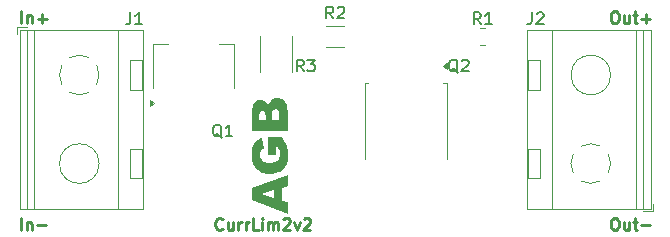
<source format=gbr>
%TF.GenerationSoftware,KiCad,Pcbnew,8.0.2*%
%TF.CreationDate,2024-08-23T12:07:27+02:00*%
%TF.ProjectId,CurrentLimiter2,43757272-656e-4744-9c69-6d6974657232,rev?*%
%TF.SameCoordinates,Original*%
%TF.FileFunction,Legend,Top*%
%TF.FilePolarity,Positive*%
%FSLAX46Y46*%
G04 Gerber Fmt 4.6, Leading zero omitted, Abs format (unit mm)*
G04 Created by KiCad (PCBNEW 8.0.2) date 2024-08-23 12:07:27*
%MOMM*%
%LPD*%
G01*
G04 APERTURE LIST*
%ADD10C,0.300000*%
%ADD11C,0.250000*%
%ADD12C,0.150000*%
%ADD13C,0.120000*%
G04 APERTURE END LIST*
D10*
G36*
X123490000Y-105683845D02*
G01*
X122974159Y-105831856D01*
X122974159Y-106895045D01*
X123490000Y-107041591D01*
X123490000Y-107995603D01*
X120488743Y-106860607D01*
X120488743Y-106361618D01*
X121255177Y-106361618D01*
X122317634Y-106693545D01*
X122317634Y-106027494D01*
X121255177Y-106361618D01*
X120488743Y-106361618D01*
X120488743Y-105842114D01*
X123490000Y-104707117D01*
X123490000Y-105683845D01*
G37*
G36*
X122505212Y-102983007D02*
G01*
X121801793Y-102983007D01*
X121801793Y-101540997D01*
X123019588Y-101540997D01*
X123108782Y-101668044D01*
X123203441Y-101814361D01*
X123284602Y-101953980D01*
X123352265Y-102086902D01*
X123414145Y-102233512D01*
X123428450Y-102273726D01*
X123470705Y-102418568D01*
X123502582Y-102574840D01*
X123524080Y-102742543D01*
X123534247Y-102895385D01*
X123536894Y-103029169D01*
X123532458Y-103192391D01*
X123519148Y-103345917D01*
X123491465Y-103517349D01*
X123451005Y-103674820D01*
X123397767Y-103818329D01*
X123355177Y-103906245D01*
X123267191Y-104047090D01*
X123162235Y-104173419D01*
X123040309Y-104285233D01*
X122901412Y-104382530D01*
X122814424Y-104431612D01*
X122675801Y-104494861D01*
X122529759Y-104545024D01*
X122376298Y-104582101D01*
X122215418Y-104606092D01*
X122047120Y-104616998D01*
X121989371Y-104617725D01*
X121839316Y-104612751D01*
X121667514Y-104593655D01*
X121504728Y-104560235D01*
X121350958Y-104512494D01*
X121206204Y-104450429D01*
X121137208Y-104414026D01*
X121007352Y-104330718D01*
X120889809Y-104234118D01*
X120784580Y-104124226D01*
X120691663Y-104001042D01*
X120611060Y-103864565D01*
X120586929Y-103816120D01*
X120530399Y-103671633D01*
X120487753Y-103506811D01*
X120462251Y-103349349D01*
X120446949Y-103176946D01*
X120441990Y-103021863D01*
X120441849Y-102989602D01*
X120444139Y-102839364D01*
X120452931Y-102675324D01*
X120468319Y-102529007D01*
X120494605Y-102380704D01*
X120535638Y-102240753D01*
X120603959Y-102093807D01*
X120692602Y-101963461D01*
X120801567Y-101849717D01*
X120825799Y-101828960D01*
X120944604Y-101743069D01*
X121080101Y-101670046D01*
X121232291Y-101609890D01*
X121324054Y-101582030D01*
X121473531Y-102482554D01*
X121340888Y-102551826D01*
X121235604Y-102663339D01*
X121230265Y-102671598D01*
X121169256Y-102812032D01*
X121146596Y-102959789D01*
X121145268Y-103010118D01*
X121161091Y-103172960D01*
X121208560Y-103316095D01*
X121287676Y-103439524D01*
X121345303Y-103499581D01*
X121476254Y-103587777D01*
X121623601Y-103641941D01*
X121776422Y-103670627D01*
X121925160Y-103681318D01*
X121978381Y-103682030D01*
X122141939Y-103675539D01*
X122309316Y-103651556D01*
X122451448Y-103609902D01*
X122582973Y-103540659D01*
X122636371Y-103497383D01*
X122731651Y-103382042D01*
X122795748Y-103243750D01*
X122828663Y-103082505D01*
X122833475Y-102983007D01*
X122825781Y-102830416D01*
X122802700Y-102684787D01*
X122764350Y-102541980D01*
X122711416Y-102392715D01*
X122697920Y-102358722D01*
X122505212Y-102358722D01*
X122505212Y-102983007D01*
G37*
G36*
X122767081Y-98223647D02*
G01*
X122915672Y-98262349D01*
X123040837Y-98319923D01*
X123163799Y-98404506D01*
X123267714Y-98508137D01*
X123345652Y-98618876D01*
X123403065Y-98755189D01*
X123436707Y-98902262D01*
X123447501Y-98973517D01*
X123468045Y-99133995D01*
X123484023Y-99284640D01*
X123490000Y-99391905D01*
X123490000Y-101003175D01*
X120488743Y-101003175D01*
X120488743Y-99649092D01*
X121098374Y-99649092D01*
X121098374Y-100061618D01*
X121614214Y-100061618D01*
X121614214Y-99655687D01*
X121609339Y-99587543D01*
X122176950Y-99587543D01*
X122176950Y-100061618D01*
X122786580Y-100061618D01*
X122786580Y-99585345D01*
X122776537Y-99436408D01*
X122734702Y-99295438D01*
X122701584Y-99245359D01*
X122579373Y-99162766D01*
X122472240Y-99146441D01*
X122326152Y-99184794D01*
X122258283Y-99244626D01*
X122197283Y-99379082D01*
X122178221Y-99528490D01*
X122176950Y-99587543D01*
X121609339Y-99587543D01*
X121603089Y-99500163D01*
X121550951Y-99357092D01*
X121546803Y-99351605D01*
X121417807Y-99272657D01*
X121350432Y-99265875D01*
X121206674Y-99310163D01*
X121165052Y-99351605D01*
X121111136Y-99487926D01*
X121098439Y-99635980D01*
X121098374Y-99649092D01*
X120488743Y-99649092D01*
X120488743Y-99255617D01*
X120496008Y-99098988D01*
X120522845Y-98934291D01*
X120569458Y-98789018D01*
X120646944Y-98646777D01*
X120695373Y-98585170D01*
X120804824Y-98482909D01*
X120942627Y-98402789D01*
X121095964Y-98359648D01*
X121206817Y-98351430D01*
X121359560Y-98367745D01*
X121498134Y-98416689D01*
X121622541Y-98498262D01*
X121645722Y-98518492D01*
X121742473Y-98635580D01*
X121809999Y-98767196D01*
X121838429Y-98843824D01*
X121885919Y-98691599D01*
X121956534Y-98546184D01*
X122045348Y-98428126D01*
X122114668Y-98364619D01*
X122246817Y-98283475D01*
X122398715Y-98232385D01*
X122552309Y-98212099D01*
X122607062Y-98210746D01*
X122767081Y-98223647D01*
G37*
D11*
X100902568Y-109364619D02*
X100902568Y-108364619D01*
X101378758Y-108697952D02*
X101378758Y-109364619D01*
X101378758Y-108793190D02*
X101426377Y-108745571D01*
X101426377Y-108745571D02*
X101521615Y-108697952D01*
X101521615Y-108697952D02*
X101664472Y-108697952D01*
X101664472Y-108697952D02*
X101759710Y-108745571D01*
X101759710Y-108745571D02*
X101807329Y-108840809D01*
X101807329Y-108840809D02*
X101807329Y-109364619D01*
X102283520Y-108983666D02*
X103045425Y-108983666D01*
X117973996Y-109269380D02*
X117926377Y-109317000D01*
X117926377Y-109317000D02*
X117783520Y-109364619D01*
X117783520Y-109364619D02*
X117688282Y-109364619D01*
X117688282Y-109364619D02*
X117545425Y-109317000D01*
X117545425Y-109317000D02*
X117450187Y-109221761D01*
X117450187Y-109221761D02*
X117402568Y-109126523D01*
X117402568Y-109126523D02*
X117354949Y-108936047D01*
X117354949Y-108936047D02*
X117354949Y-108793190D01*
X117354949Y-108793190D02*
X117402568Y-108602714D01*
X117402568Y-108602714D02*
X117450187Y-108507476D01*
X117450187Y-108507476D02*
X117545425Y-108412238D01*
X117545425Y-108412238D02*
X117688282Y-108364619D01*
X117688282Y-108364619D02*
X117783520Y-108364619D01*
X117783520Y-108364619D02*
X117926377Y-108412238D01*
X117926377Y-108412238D02*
X117973996Y-108459857D01*
X118831139Y-108697952D02*
X118831139Y-109364619D01*
X118402568Y-108697952D02*
X118402568Y-109221761D01*
X118402568Y-109221761D02*
X118450187Y-109317000D01*
X118450187Y-109317000D02*
X118545425Y-109364619D01*
X118545425Y-109364619D02*
X118688282Y-109364619D01*
X118688282Y-109364619D02*
X118783520Y-109317000D01*
X118783520Y-109317000D02*
X118831139Y-109269380D01*
X119307330Y-109364619D02*
X119307330Y-108697952D01*
X119307330Y-108888428D02*
X119354949Y-108793190D01*
X119354949Y-108793190D02*
X119402568Y-108745571D01*
X119402568Y-108745571D02*
X119497806Y-108697952D01*
X119497806Y-108697952D02*
X119593044Y-108697952D01*
X119926378Y-109364619D02*
X119926378Y-108697952D01*
X119926378Y-108888428D02*
X119973997Y-108793190D01*
X119973997Y-108793190D02*
X120021616Y-108745571D01*
X120021616Y-108745571D02*
X120116854Y-108697952D01*
X120116854Y-108697952D02*
X120212092Y-108697952D01*
X121021616Y-109364619D02*
X120545426Y-109364619D01*
X120545426Y-109364619D02*
X120545426Y-108364619D01*
X121354950Y-109364619D02*
X121354950Y-108697952D01*
X121354950Y-108364619D02*
X121307331Y-108412238D01*
X121307331Y-108412238D02*
X121354950Y-108459857D01*
X121354950Y-108459857D02*
X121402569Y-108412238D01*
X121402569Y-108412238D02*
X121354950Y-108364619D01*
X121354950Y-108364619D02*
X121354950Y-108459857D01*
X121831140Y-109364619D02*
X121831140Y-108697952D01*
X121831140Y-108793190D02*
X121878759Y-108745571D01*
X121878759Y-108745571D02*
X121973997Y-108697952D01*
X121973997Y-108697952D02*
X122116854Y-108697952D01*
X122116854Y-108697952D02*
X122212092Y-108745571D01*
X122212092Y-108745571D02*
X122259711Y-108840809D01*
X122259711Y-108840809D02*
X122259711Y-109364619D01*
X122259711Y-108840809D02*
X122307330Y-108745571D01*
X122307330Y-108745571D02*
X122402568Y-108697952D01*
X122402568Y-108697952D02*
X122545425Y-108697952D01*
X122545425Y-108697952D02*
X122640664Y-108745571D01*
X122640664Y-108745571D02*
X122688283Y-108840809D01*
X122688283Y-108840809D02*
X122688283Y-109364619D01*
X123116854Y-108459857D02*
X123164473Y-108412238D01*
X123164473Y-108412238D02*
X123259711Y-108364619D01*
X123259711Y-108364619D02*
X123497806Y-108364619D01*
X123497806Y-108364619D02*
X123593044Y-108412238D01*
X123593044Y-108412238D02*
X123640663Y-108459857D01*
X123640663Y-108459857D02*
X123688282Y-108555095D01*
X123688282Y-108555095D02*
X123688282Y-108650333D01*
X123688282Y-108650333D02*
X123640663Y-108793190D01*
X123640663Y-108793190D02*
X123069235Y-109364619D01*
X123069235Y-109364619D02*
X123688282Y-109364619D01*
X124021616Y-108697952D02*
X124259711Y-109364619D01*
X124259711Y-109364619D02*
X124497806Y-108697952D01*
X124831140Y-108459857D02*
X124878759Y-108412238D01*
X124878759Y-108412238D02*
X124973997Y-108364619D01*
X124973997Y-108364619D02*
X125212092Y-108364619D01*
X125212092Y-108364619D02*
X125307330Y-108412238D01*
X125307330Y-108412238D02*
X125354949Y-108459857D01*
X125354949Y-108459857D02*
X125402568Y-108555095D01*
X125402568Y-108555095D02*
X125402568Y-108650333D01*
X125402568Y-108650333D02*
X125354949Y-108793190D01*
X125354949Y-108793190D02*
X124783521Y-109364619D01*
X124783521Y-109364619D02*
X125402568Y-109364619D01*
X151093044Y-90864619D02*
X151283520Y-90864619D01*
X151283520Y-90864619D02*
X151378758Y-90912238D01*
X151378758Y-90912238D02*
X151473996Y-91007476D01*
X151473996Y-91007476D02*
X151521615Y-91197952D01*
X151521615Y-91197952D02*
X151521615Y-91531285D01*
X151521615Y-91531285D02*
X151473996Y-91721761D01*
X151473996Y-91721761D02*
X151378758Y-91817000D01*
X151378758Y-91817000D02*
X151283520Y-91864619D01*
X151283520Y-91864619D02*
X151093044Y-91864619D01*
X151093044Y-91864619D02*
X150997806Y-91817000D01*
X150997806Y-91817000D02*
X150902568Y-91721761D01*
X150902568Y-91721761D02*
X150854949Y-91531285D01*
X150854949Y-91531285D02*
X150854949Y-91197952D01*
X150854949Y-91197952D02*
X150902568Y-91007476D01*
X150902568Y-91007476D02*
X150997806Y-90912238D01*
X150997806Y-90912238D02*
X151093044Y-90864619D01*
X152378758Y-91197952D02*
X152378758Y-91864619D01*
X151950187Y-91197952D02*
X151950187Y-91721761D01*
X151950187Y-91721761D02*
X151997806Y-91817000D01*
X151997806Y-91817000D02*
X152093044Y-91864619D01*
X152093044Y-91864619D02*
X152235901Y-91864619D01*
X152235901Y-91864619D02*
X152331139Y-91817000D01*
X152331139Y-91817000D02*
X152378758Y-91769380D01*
X152712092Y-91197952D02*
X153093044Y-91197952D01*
X152854949Y-90864619D02*
X152854949Y-91721761D01*
X152854949Y-91721761D02*
X152902568Y-91817000D01*
X152902568Y-91817000D02*
X152997806Y-91864619D01*
X152997806Y-91864619D02*
X153093044Y-91864619D01*
X153426378Y-91483666D02*
X154188283Y-91483666D01*
X153807330Y-91864619D02*
X153807330Y-91102714D01*
X151093044Y-108364619D02*
X151283520Y-108364619D01*
X151283520Y-108364619D02*
X151378758Y-108412238D01*
X151378758Y-108412238D02*
X151473996Y-108507476D01*
X151473996Y-108507476D02*
X151521615Y-108697952D01*
X151521615Y-108697952D02*
X151521615Y-109031285D01*
X151521615Y-109031285D02*
X151473996Y-109221761D01*
X151473996Y-109221761D02*
X151378758Y-109317000D01*
X151378758Y-109317000D02*
X151283520Y-109364619D01*
X151283520Y-109364619D02*
X151093044Y-109364619D01*
X151093044Y-109364619D02*
X150997806Y-109317000D01*
X150997806Y-109317000D02*
X150902568Y-109221761D01*
X150902568Y-109221761D02*
X150854949Y-109031285D01*
X150854949Y-109031285D02*
X150854949Y-108697952D01*
X150854949Y-108697952D02*
X150902568Y-108507476D01*
X150902568Y-108507476D02*
X150997806Y-108412238D01*
X150997806Y-108412238D02*
X151093044Y-108364619D01*
X152378758Y-108697952D02*
X152378758Y-109364619D01*
X151950187Y-108697952D02*
X151950187Y-109221761D01*
X151950187Y-109221761D02*
X151997806Y-109317000D01*
X151997806Y-109317000D02*
X152093044Y-109364619D01*
X152093044Y-109364619D02*
X152235901Y-109364619D01*
X152235901Y-109364619D02*
X152331139Y-109317000D01*
X152331139Y-109317000D02*
X152378758Y-109269380D01*
X152712092Y-108697952D02*
X153093044Y-108697952D01*
X152854949Y-108364619D02*
X152854949Y-109221761D01*
X152854949Y-109221761D02*
X152902568Y-109317000D01*
X152902568Y-109317000D02*
X152997806Y-109364619D01*
X152997806Y-109364619D02*
X153093044Y-109364619D01*
X153426378Y-108983666D02*
X154188283Y-108983666D01*
X100947568Y-91864619D02*
X100947568Y-90864619D01*
X101423758Y-91197952D02*
X101423758Y-91864619D01*
X101423758Y-91293190D02*
X101471377Y-91245571D01*
X101471377Y-91245571D02*
X101566615Y-91197952D01*
X101566615Y-91197952D02*
X101709472Y-91197952D01*
X101709472Y-91197952D02*
X101804710Y-91245571D01*
X101804710Y-91245571D02*
X101852329Y-91340809D01*
X101852329Y-91340809D02*
X101852329Y-91864619D01*
X102328520Y-91483666D02*
X103090425Y-91483666D01*
X102709472Y-91864619D02*
X102709472Y-91102714D01*
D12*
X124833333Y-95954819D02*
X124500000Y-95478628D01*
X124261905Y-95954819D02*
X124261905Y-94954819D01*
X124261905Y-94954819D02*
X124642857Y-94954819D01*
X124642857Y-94954819D02*
X124738095Y-95002438D01*
X124738095Y-95002438D02*
X124785714Y-95050057D01*
X124785714Y-95050057D02*
X124833333Y-95145295D01*
X124833333Y-95145295D02*
X124833333Y-95288152D01*
X124833333Y-95288152D02*
X124785714Y-95383390D01*
X124785714Y-95383390D02*
X124738095Y-95431009D01*
X124738095Y-95431009D02*
X124642857Y-95478628D01*
X124642857Y-95478628D02*
X124261905Y-95478628D01*
X125166667Y-94954819D02*
X125785714Y-94954819D01*
X125785714Y-94954819D02*
X125452381Y-95335771D01*
X125452381Y-95335771D02*
X125595238Y-95335771D01*
X125595238Y-95335771D02*
X125690476Y-95383390D01*
X125690476Y-95383390D02*
X125738095Y-95431009D01*
X125738095Y-95431009D02*
X125785714Y-95526247D01*
X125785714Y-95526247D02*
X125785714Y-95764342D01*
X125785714Y-95764342D02*
X125738095Y-95859580D01*
X125738095Y-95859580D02*
X125690476Y-95907200D01*
X125690476Y-95907200D02*
X125595238Y-95954819D01*
X125595238Y-95954819D02*
X125309524Y-95954819D01*
X125309524Y-95954819D02*
X125214286Y-95907200D01*
X125214286Y-95907200D02*
X125166667Y-95859580D01*
X137904761Y-96050057D02*
X137809523Y-96002438D01*
X137809523Y-96002438D02*
X137714285Y-95907200D01*
X137714285Y-95907200D02*
X137571428Y-95764342D01*
X137571428Y-95764342D02*
X137476190Y-95716723D01*
X137476190Y-95716723D02*
X137380952Y-95716723D01*
X137428571Y-95954819D02*
X137333333Y-95907200D01*
X137333333Y-95907200D02*
X137238095Y-95811961D01*
X137238095Y-95811961D02*
X137190476Y-95621485D01*
X137190476Y-95621485D02*
X137190476Y-95288152D01*
X137190476Y-95288152D02*
X137238095Y-95097676D01*
X137238095Y-95097676D02*
X137333333Y-95002438D01*
X137333333Y-95002438D02*
X137428571Y-94954819D01*
X137428571Y-94954819D02*
X137619047Y-94954819D01*
X137619047Y-94954819D02*
X137714285Y-95002438D01*
X137714285Y-95002438D02*
X137809523Y-95097676D01*
X137809523Y-95097676D02*
X137857142Y-95288152D01*
X137857142Y-95288152D02*
X137857142Y-95621485D01*
X137857142Y-95621485D02*
X137809523Y-95811961D01*
X137809523Y-95811961D02*
X137714285Y-95907200D01*
X137714285Y-95907200D02*
X137619047Y-95954819D01*
X137619047Y-95954819D02*
X137428571Y-95954819D01*
X138238095Y-95050057D02*
X138285714Y-95002438D01*
X138285714Y-95002438D02*
X138380952Y-94954819D01*
X138380952Y-94954819D02*
X138619047Y-94954819D01*
X138619047Y-94954819D02*
X138714285Y-95002438D01*
X138714285Y-95002438D02*
X138761904Y-95050057D01*
X138761904Y-95050057D02*
X138809523Y-95145295D01*
X138809523Y-95145295D02*
X138809523Y-95240533D01*
X138809523Y-95240533D02*
X138761904Y-95383390D01*
X138761904Y-95383390D02*
X138190476Y-95954819D01*
X138190476Y-95954819D02*
X138809523Y-95954819D01*
X144166666Y-90954819D02*
X144166666Y-91669104D01*
X144166666Y-91669104D02*
X144119047Y-91811961D01*
X144119047Y-91811961D02*
X144023809Y-91907200D01*
X144023809Y-91907200D02*
X143880952Y-91954819D01*
X143880952Y-91954819D02*
X143785714Y-91954819D01*
X144595238Y-91050057D02*
X144642857Y-91002438D01*
X144642857Y-91002438D02*
X144738095Y-90954819D01*
X144738095Y-90954819D02*
X144976190Y-90954819D01*
X144976190Y-90954819D02*
X145071428Y-91002438D01*
X145071428Y-91002438D02*
X145119047Y-91050057D01*
X145119047Y-91050057D02*
X145166666Y-91145295D01*
X145166666Y-91145295D02*
X145166666Y-91240533D01*
X145166666Y-91240533D02*
X145119047Y-91383390D01*
X145119047Y-91383390D02*
X144547619Y-91954819D01*
X144547619Y-91954819D02*
X145166666Y-91954819D01*
X139833333Y-91954819D02*
X139500000Y-91478628D01*
X139261905Y-91954819D02*
X139261905Y-90954819D01*
X139261905Y-90954819D02*
X139642857Y-90954819D01*
X139642857Y-90954819D02*
X139738095Y-91002438D01*
X139738095Y-91002438D02*
X139785714Y-91050057D01*
X139785714Y-91050057D02*
X139833333Y-91145295D01*
X139833333Y-91145295D02*
X139833333Y-91288152D01*
X139833333Y-91288152D02*
X139785714Y-91383390D01*
X139785714Y-91383390D02*
X139738095Y-91431009D01*
X139738095Y-91431009D02*
X139642857Y-91478628D01*
X139642857Y-91478628D02*
X139261905Y-91478628D01*
X140785714Y-91954819D02*
X140214286Y-91954819D01*
X140500000Y-91954819D02*
X140500000Y-90954819D01*
X140500000Y-90954819D02*
X140404762Y-91097676D01*
X140404762Y-91097676D02*
X140309524Y-91192914D01*
X140309524Y-91192914D02*
X140214286Y-91240533D01*
X110166666Y-90954819D02*
X110166666Y-91669104D01*
X110166666Y-91669104D02*
X110119047Y-91811961D01*
X110119047Y-91811961D02*
X110023809Y-91907200D01*
X110023809Y-91907200D02*
X109880952Y-91954819D01*
X109880952Y-91954819D02*
X109785714Y-91954819D01*
X111166666Y-91954819D02*
X110595238Y-91954819D01*
X110880952Y-91954819D02*
X110880952Y-90954819D01*
X110880952Y-90954819D02*
X110785714Y-91097676D01*
X110785714Y-91097676D02*
X110690476Y-91192914D01*
X110690476Y-91192914D02*
X110595238Y-91240533D01*
X127333333Y-91454819D02*
X127000000Y-90978628D01*
X126761905Y-91454819D02*
X126761905Y-90454819D01*
X126761905Y-90454819D02*
X127142857Y-90454819D01*
X127142857Y-90454819D02*
X127238095Y-90502438D01*
X127238095Y-90502438D02*
X127285714Y-90550057D01*
X127285714Y-90550057D02*
X127333333Y-90645295D01*
X127333333Y-90645295D02*
X127333333Y-90788152D01*
X127333333Y-90788152D02*
X127285714Y-90883390D01*
X127285714Y-90883390D02*
X127238095Y-90931009D01*
X127238095Y-90931009D02*
X127142857Y-90978628D01*
X127142857Y-90978628D02*
X126761905Y-90978628D01*
X127714286Y-90550057D02*
X127761905Y-90502438D01*
X127761905Y-90502438D02*
X127857143Y-90454819D01*
X127857143Y-90454819D02*
X128095238Y-90454819D01*
X128095238Y-90454819D02*
X128190476Y-90502438D01*
X128190476Y-90502438D02*
X128238095Y-90550057D01*
X128238095Y-90550057D02*
X128285714Y-90645295D01*
X128285714Y-90645295D02*
X128285714Y-90740533D01*
X128285714Y-90740533D02*
X128238095Y-90883390D01*
X128238095Y-90883390D02*
X127666667Y-91454819D01*
X127666667Y-91454819D02*
X128285714Y-91454819D01*
X117904761Y-101550057D02*
X117809523Y-101502438D01*
X117809523Y-101502438D02*
X117714285Y-101407200D01*
X117714285Y-101407200D02*
X117571428Y-101264342D01*
X117571428Y-101264342D02*
X117476190Y-101216723D01*
X117476190Y-101216723D02*
X117380952Y-101216723D01*
X117428571Y-101454819D02*
X117333333Y-101407200D01*
X117333333Y-101407200D02*
X117238095Y-101311961D01*
X117238095Y-101311961D02*
X117190476Y-101121485D01*
X117190476Y-101121485D02*
X117190476Y-100788152D01*
X117190476Y-100788152D02*
X117238095Y-100597676D01*
X117238095Y-100597676D02*
X117333333Y-100502438D01*
X117333333Y-100502438D02*
X117428571Y-100454819D01*
X117428571Y-100454819D02*
X117619047Y-100454819D01*
X117619047Y-100454819D02*
X117714285Y-100502438D01*
X117714285Y-100502438D02*
X117809523Y-100597676D01*
X117809523Y-100597676D02*
X117857142Y-100788152D01*
X117857142Y-100788152D02*
X117857142Y-101121485D01*
X117857142Y-101121485D02*
X117809523Y-101311961D01*
X117809523Y-101311961D02*
X117714285Y-101407200D01*
X117714285Y-101407200D02*
X117619047Y-101454819D01*
X117619047Y-101454819D02*
X117428571Y-101454819D01*
X118809523Y-101454819D02*
X118238095Y-101454819D01*
X118523809Y-101454819D02*
X118523809Y-100454819D01*
X118523809Y-100454819D02*
X118428571Y-100597676D01*
X118428571Y-100597676D02*
X118333333Y-100692914D01*
X118333333Y-100692914D02*
X118238095Y-100740533D01*
D13*
%TO.C,R3*%
X123860000Y-92972936D02*
X123860000Y-96027064D01*
X121140000Y-92972936D02*
X121140000Y-96027064D01*
%TO.C,Q2*%
X136950000Y-96915000D02*
X136680000Y-96915000D01*
X130050000Y-96915000D02*
X130320000Y-96915000D01*
X136950000Y-103335000D02*
X136950000Y-96915000D01*
X130050000Y-103335000D02*
X130050000Y-96915000D01*
X136990000Y-95740000D02*
X136660000Y-95500000D01*
X136990000Y-95260000D01*
X136990000Y-95740000D01*
G36*
X136990000Y-95740000D02*
G01*
X136660000Y-95500000D01*
X136990000Y-95260000D01*
X136990000Y-95740000D01*
G37*
%TO.C,J2*%
X143795000Y-92440000D02*
X154215000Y-92440000D01*
X143795000Y-107560000D02*
X143795000Y-92440000D01*
X143795000Y-107560000D02*
X154215000Y-107560000D01*
X143854000Y-95000000D02*
X144854000Y-95000000D01*
X143854000Y-97500000D02*
X143854000Y-95000000D01*
X143854000Y-97500000D02*
X144854000Y-97500000D01*
X143854000Y-102500000D02*
X144854000Y-102500000D01*
X143854000Y-105000000D02*
X143854000Y-102500000D01*
X143854000Y-105000000D02*
X144854000Y-105000000D01*
X144854000Y-97500000D02*
X144854000Y-95000000D01*
X144854000Y-105000000D02*
X144854000Y-102500000D01*
X145854000Y-107560000D02*
X145854000Y-92440000D01*
X152955000Y-107560000D02*
X152955000Y-92440000D01*
X153555000Y-107560000D02*
X153555000Y-92440000D01*
X153615000Y-107800000D02*
X154455000Y-107800000D01*
X154215000Y-107560000D02*
X154215000Y-92440000D01*
X154455000Y-107800000D02*
X154455000Y-107200000D01*
X147671047Y-104539089D02*
G75*
G02*
X147671000Y-102961000I1483948J789089D01*
G01*
X148365911Y-102266047D02*
G75*
G02*
X149944000Y-102266000I789089J-1483953D01*
G01*
X149944089Y-105233953D02*
G75*
G02*
X148366000Y-105234000I-789089J1483948D01*
G01*
X150638352Y-102961288D02*
G75*
G02*
X150835000Y-103750000I-1483352J-788712D01*
G01*
X150835450Y-103720617D02*
G75*
G02*
X150639000Y-104539000I-1680445J-29385D01*
G01*
X150835000Y-96250000D02*
G75*
G02*
X147475000Y-96250000I-1680000J0D01*
G01*
X147475000Y-96250000D02*
G75*
G02*
X150835000Y-96250000I1680000J0D01*
G01*
%TO.C,R1*%
X140227064Y-93735000D02*
X139772936Y-93735000D01*
X140227064Y-92265000D02*
X139772936Y-92265000D01*
%TO.C,J1*%
X100545000Y-92200000D02*
X100545000Y-92800000D01*
X100785000Y-92440000D02*
X100785000Y-107560000D01*
X101385000Y-92200000D02*
X100545000Y-92200000D01*
X101445000Y-92440000D02*
X101445000Y-107560000D01*
X102045000Y-92440000D02*
X102045000Y-107560000D01*
X109146000Y-92440000D02*
X109146000Y-107560000D01*
X110146000Y-95000000D02*
X110146000Y-97500000D01*
X110146000Y-102500000D02*
X110146000Y-105000000D01*
X111146000Y-95000000D02*
X110146000Y-95000000D01*
X111146000Y-95000000D02*
X111146000Y-97500000D01*
X111146000Y-97500000D02*
X110146000Y-97500000D01*
X111146000Y-102500000D02*
X110146000Y-102500000D01*
X111146000Y-102500000D02*
X111146000Y-105000000D01*
X111146000Y-105000000D02*
X110146000Y-105000000D01*
X111205000Y-92440000D02*
X100785000Y-92440000D01*
X111205000Y-92440000D02*
X111205000Y-107560000D01*
X111205000Y-107560000D02*
X100785000Y-107560000D01*
X104164550Y-96279383D02*
G75*
G02*
X104361000Y-95461000I1680445J29385D01*
G01*
X104361648Y-97038712D02*
G75*
G02*
X104165000Y-96250000I1483352J788712D01*
G01*
X105055911Y-94766047D02*
G75*
G02*
X106634000Y-94766000I789089J-1483948D01*
G01*
X106634089Y-97733953D02*
G75*
G02*
X105056000Y-97734000I-789089J1483953D01*
G01*
X107328953Y-95460911D02*
G75*
G02*
X107329000Y-97039000I-1483948J-789089D01*
G01*
X107525000Y-103750000D02*
G75*
G02*
X104165000Y-103750000I-1680000J0D01*
G01*
X104165000Y-103750000D02*
G75*
G02*
X107525000Y-103750000I1680000J0D01*
G01*
%TO.C,R2*%
X128227064Y-92090000D02*
X126772936Y-92090000D01*
X128227064Y-93910000D02*
X126772936Y-93910000D01*
%TO.C,Q1*%
X112090000Y-93590000D02*
X113350000Y-93590000D01*
X112090000Y-97350000D02*
X112090000Y-93590000D01*
X118910000Y-93590000D02*
X117650000Y-93590000D01*
X118910000Y-97350000D02*
X118910000Y-93590000D01*
X112190000Y-98630000D02*
X111860000Y-98870000D01*
X111860000Y-98390000D01*
X112190000Y-98630000D01*
G36*
X112190000Y-98630000D02*
G01*
X111860000Y-98870000D01*
X111860000Y-98390000D01*
X112190000Y-98630000D01*
G37*
%TD*%
M02*

</source>
